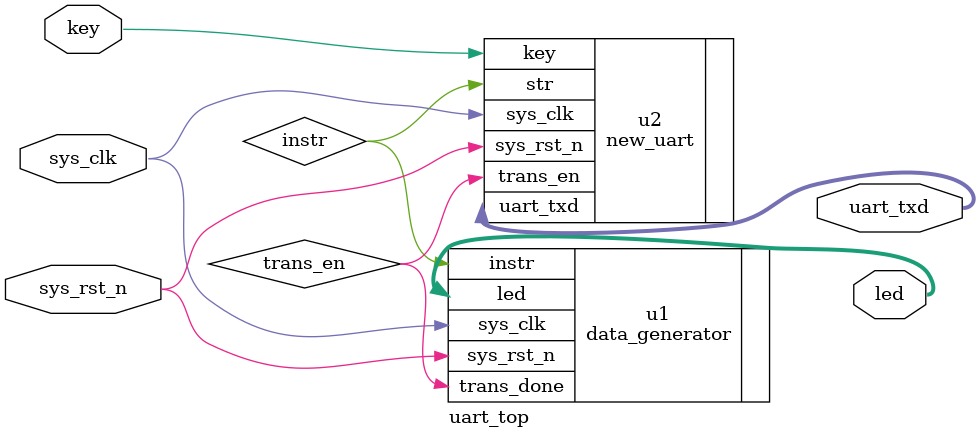
<source format=v>

module uart_top(
    input sys_clk,
    input sys_rst_n,
	 input key,
    
	 output [3:0]led,
	 output [1:0]uart_txd
);
 

    data_generator u1(
        .sys_clk(sys_clk),
        .sys_rst_n(sys_rst_n),
        .trans_done(trans_en),
		  
        .instr(instr),
		  .led(led)
    );
    
    new_uart u2(
        .sys_clk(sys_clk),
        .sys_rst_n(sys_rst_n),
        .key(key),
        .str(instr),
		  
//		  .led(led),
        .uart_txd(uart_txd),
        .trans_en(trans_en)
    );    
 
endmodule
</source>
